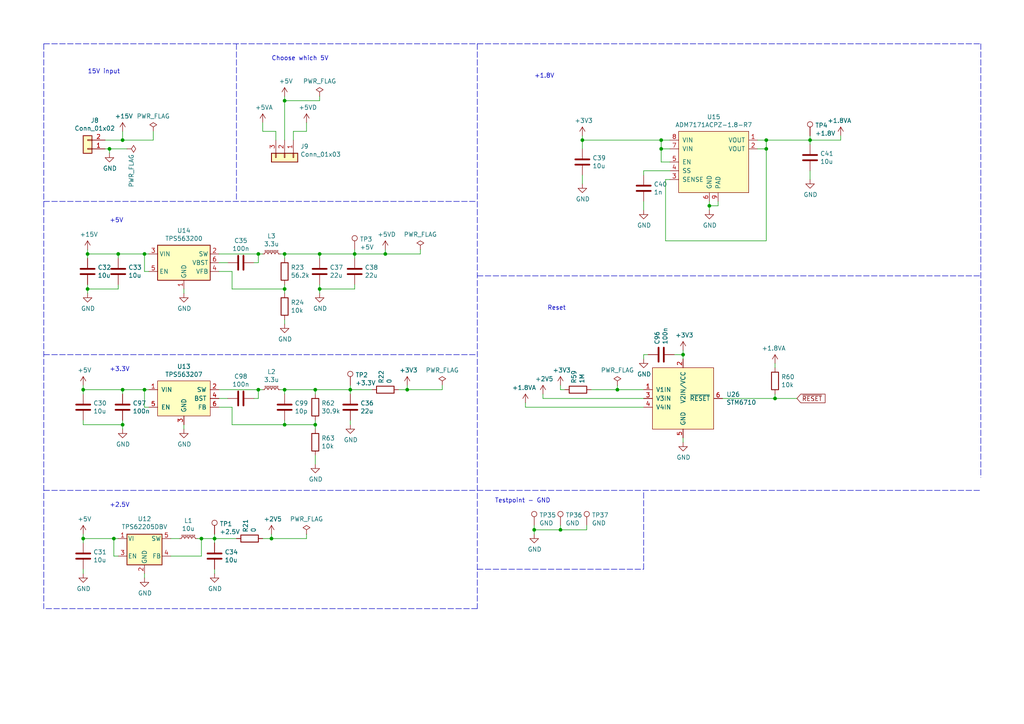
<source format=kicad_sch>
(kicad_sch (version 20250114) (generator "eeschema") (generator_version "9.0")
  (paper "A4")
  (title_block (title "TDS Transmitter - Power") (date "2025-02-17") (company "(C) 2025 ETH Zurich, Y. Acremann") (comment 1 "License:  GNU public license v. 3.0"))
  (lib_symbols
    (symbol "ADM7171ACPZ-1.8-R7:ADM7171ACPZ-1.8-R7" (pin_names (offset 1.016))
      (property "Reference" "U" (at 7.62 12.7 0))
      (property "Value" "ADM7171ACPZ-1.8-R7" (at 1.27 10.16 0))
      (symbol "ADM7171ACPZ-1.8-R7_0_1"
        (rectangle (start -10.16 8.89) (end 10.16 -8.89) (fill (type background)))
      )
      (symbol "ADM7171ACPZ-1.8-R7_1_1"
        (pin power_in line (at -12.7 6.35 0) (length 2.54) (name "VIN") (number "8"))
        (pin power_in line (at -12.7 3.81 0) (length 2.54) (name "VIN") (number "7"))
        (pin input line (at -12.7 0 0) (length 2.54) (name "EN") (number "5"))
        (pin input line (at -12.7 -2.54 0) (length 2.54) (name "SS") (number "4"))
        (pin input line (at -12.7 -5.08 0) (length 2.54) (name "SENSE") (number "3"))
        (pin power_in line (at -1.27 -11.43 90) (length 2.54) (name "GND") (number "6"))
        (pin power_in line (at 1.27 -11.43 90) (length 2.54) (name "PAD") (number "9"))
        (pin power_out line (at 12.7 6.35 180) (length 2.54) (name "VOUT") (number "1"))
        (pin passive line (at 12.7 3.81 180) (length 2.54) (name "VOUT") (number "2"))
      )
    )
    (symbol "Connector:TestPoint" (pin_numbers (hide yes)) (pin_names (offset 0.762) (hide yes))
      (property "Reference" "TP" (at 0 6.858 0))
      (property "Value" "Connector_TestPoint" (at 0 5.08 0))
      (symbol "TestPoint_0_1"
        (circle (center 0 3.302) (radius 0.762))
      )
      (symbol "TestPoint_1_1"
        (pin passive line (at 0 0 90) (length 2.54) (name "1") (number "1"))
      )
    )
    (symbol "Connector_Generic:Conn_01x02" (pin_names (offset 1.016) (hide yes))
      (property "Reference" "J" (at 0 2.54 0))
      (property "Value" "Connector_Generic_Conn_01x02" (at 0 -5.08 0))
      (symbol "Conn_01x02_1_1"
        (rectangle (start -1.27 1.27) (end 1.27 -3.81) (stroke (width 0.254)) (fill (type background)))
        (rectangle (start -1.27 0.127) (end 0 -0.127) (stroke (width 0.1524)))
        (rectangle (start -1.27 -2.413) (end 0 -2.667) (stroke (width 0.1524)))
        (pin passive line (at -5.08 0 0) (length 3.81) (name "Pin_1") (number "1"))
        (pin passive line (at -5.08 -2.54 0) (length 3.81) (name "Pin_2") (number "2"))
      )
    )
    (symbol "Connector_Generic:Conn_01x03" (pin_names (offset 1.016) (hide yes))
      (property "Reference" "J" (at 0 5.08 0))
      (property "Value" "Connector_Generic_Conn_01x03" (at 0 -5.08 0))
      (symbol "Conn_01x03_1_1"
        (rectangle (start -1.27 3.81) (end 1.27 -3.81) (stroke (width 0.254)) (fill (type background)))
        (rectangle (start -1.27 2.667) (end 0 2.413) (stroke (width 0.1524)))
        (rectangle (start -1.27 0.127) (end 0 -0.127) (stroke (width 0.1524)))
        (rectangle (start -1.27 -2.413) (end 0 -2.667) (stroke (width 0.1524)))
        (pin passive line (at -5.08 2.54 0) (length 3.81) (name "Pin_1") (number "1"))
        (pin passive line (at -5.08 0 0) (length 3.81) (name "Pin_2") (number "2"))
        (pin passive line (at -5.08 -2.54 0) (length 3.81) (name "Pin_3") (number "3"))
      )
    )
    (symbol "Device:C" (pin_numbers (hide yes)) (pin_names (offset 0.254))
      (property "Reference" "C" (at 0.635 2.54 0))
      (property "Value" "Device_C" (at 0.635 -2.54 0))
      (symbol "C_0_1"
        (polyline (pts (xy -2.032 0.762) (xy 2.032 0.762)) (stroke (width 0.508)))
        (polyline (pts (xy -2.032 -0.762) (xy 2.032 -0.762)) (stroke (width 0.508)))
      )
      (symbol "C_1_1"
        (pin passive line (at 0 3.81 270) (length 2.794) (name "~") (number "1"))
        (pin passive line (at 0 -3.81 90) (length 2.794) (name "~") (number "2"))
      )
    )
    (symbol "Device:L_Core_Ferrite_Small" (pin_numbers (hide yes)) (pin_names (offset 0.254) (hide yes))
      (property "Reference" "L" (at 1.27 1.016 0))
      (property "Value" "Device_L_Core_Ferrite_Small" (at 1.27 -1.27 0))
      (symbol "L_Core_Ferrite_Small_0_1"
        (arc (start 0 2.032) (mid 0.5058 1.524) (end 0 1.016))
        (arc (start 0 1.016) (mid 0.5058 0.508) (end 0 0))
        (arc (start 0 0) (mid 0.5058 -0.508) (end 0 -1.016))
        (arc (start 0 -1.016) (mid 0.5058 -1.524) (end 0 -2.032))
        (polyline (pts (xy 0.762 1.651) (xy 0.762 1.905)))
        (polyline (pts (xy 0.762 1.143) (xy 0.762 1.397)))
        (polyline (pts (xy 0.762 0.635) (xy 0.762 0.889)))
        (polyline (pts (xy 0.762 0.127) (xy 0.762 0.381)))
        (polyline (pts (xy 0.762 -0.381) (xy 0.762 -0.127)))
        (polyline (pts (xy 0.762 -0.889) (xy 0.762 -0.635)))
        (polyline (pts (xy 0.762 -1.397) (xy 0.762 -1.143)))
        (polyline (pts (xy 0.762 -1.905) (xy 0.762 -1.651)))
        (polyline (pts (xy 1.016 1.905) (xy 1.016 1.651)))
        (polyline (pts (xy 1.016 1.397) (xy 1.016 1.143)))
        (polyline (pts (xy 1.016 0.889) (xy 1.016 0.635)))
        (polyline (pts (xy 1.016 0.381) (xy 1.016 0.127)))
        (polyline (pts (xy 1.016 -0.127) (xy 1.016 -0.381)))
        (polyline (pts (xy 1.016 -0.635) (xy 1.016 -0.889)))
        (polyline (pts (xy 1.016 -1.143) (xy 1.016 -1.397)))
        (polyline (pts (xy 1.016 -1.651) (xy 1.016 -1.905)))
      )
      (symbol "L_Core_Ferrite_Small_1_1"
        (pin passive line (at 0 2.54 270) (length 0.508) (name "~") (number "1"))
        (pin passive line (at 0 -2.54 90) (length 0.508) (name "~") (number "2"))
      )
    )
    (symbol "Device:R" (pin_numbers (hide yes)) (pin_names (offset 0))
      (property "Reference" "R" (at 2.032 0 90))
      (property "Value" "Device_R" (at 0 0 90))
      (symbol "R_0_1"
        (rectangle (start -1.016 -2.54) (end 1.016 2.54) (stroke (width 0.254)))
      )
      (symbol "R_1_1"
        (pin passive line (at 0 3.81 270) (length 1.27) (name "~") (number "1"))
        (pin passive line (at 0 -3.81 90) (length 1.27) (name "~") (number "2"))
      )
    )
    (symbol "Regulator_Switching:TPS62205DBV" (pin_names (offset 0.254))
      (property "Reference" "U" (at -5.08 7.62 0))
      (property "Value" "Regulator_Switching_TPS62205DBV" (at 0 7.62 0))
      (symbol "TPS62205DBV_0_1"
        (rectangle (start -5.08 6.35) (end 5.08 -2.54) (stroke (width 0.254)) (fill (type background)))
      )
      (symbol "TPS62205DBV_1_1"
        (pin power_in line (at -7.62 5.08 0) (length 2.54) (name "VI") (number "1"))
        (pin input line (at -7.62 0 0) (length 2.54) (name "EN") (number "3"))
        (pin power_in line (at 0 -5.08 90) (length 2.54) (name "GND") (number "2"))
        (pin output line (at 7.62 5.08 180) (length 2.54) (name "SW") (number "5"))
        (pin input line (at 7.62 0 180) (length 2.54) (name "FB") (number "4"))
      )
    )
    (symbol "STM6710:STM6710" (pin_names (offset 1.016))
      (property "Reference" "U" (at 10.16 12.7 0))
      (property "Value" "STM6710" (at 7.62 10.16 0))
      (symbol "STM6710_0_1"
        (rectangle (start -8.89 8.89) (end 8.89 -8.89) (fill (type background)))
      )
      (symbol "STM6710_1_1"
        (pin power_in line (at -11.43 2.54 0) (length 2.54) (name "V1IN") (number "1"))
        (pin power_in line (at -11.43 0 0) (length 2.54) (name "V3IN") (number "3"))
        (pin power_in line (at -11.43 -2.54 0) (length 2.54) (name "V4IN") (number "4"))
        (pin power_in line (at 0 11.43 270) (length 2.54) (name "V2IN/VCC") (number "2"))
        (pin power_in line (at 0 -11.43 90) (length 2.54) (name "GND") (number "5"))
        (pin output line (at 11.43 0 180) (length 2.54) (name "~{RESET}") (number "6"))
      )
    )
    (symbol "TPS5632xx:TPS563207" (pin_names (offset 1.016))
      (property "Reference" "U" (at 0 8.89 0))
      (property "Value" "TPS563207" (at 0 6.35 0))
      (symbol "TPS563207_0_1"
        (rectangle (start -7.62 5.08) (end 7.62 -5.08) (fill (type background)))
      )
      (symbol "TPS563207_1_1"
        (pin power_in line (at -10.16 2.54 0) (length 2.54) (name "VIN") (number "1"))
        (pin input line (at -10.16 -2.54 0) (length 2.54) (name "EN") (number "5"))
        (pin power_in line (at 0 -7.62 90) (length 2.54) (name "GND") (number "3"))
        (pin output line (at 10.16 2.54 180) (length 2.54) (name "SW") (number "2"))
        (pin passive line (at 10.16 0 180) (length 2.54) (name "BST") (number "4"))
        (pin passive line (at 10.16 -2.54 180) (length 2.54) (name "FB") (number "6"))
      )
    )
    (symbol "Transmitter-rescue:TPS563200-Regulator_Switching"
      (property "Reference" "U" (at -7.62 6.35 0))
      (property "Value" "TPS563200-Regulator_Switching" (at -2.54 6.35 0))
      (symbol "TPS563200-Regulator_Switching_0_1"
        (rectangle (start -7.62 5.08) (end 7.62 -5.08) (stroke (width 0.254)) (fill (type background)))
      )
      (symbol "TPS563200-Regulator_Switching_1_1"
        (pin power_in line (at -10.16 2.54 0) (length 2.54) (name "VIN") (number "3"))
        (pin input line (at -10.16 -2.54 0) (length 2.54) (name "EN") (number "5"))
        (pin power_in line (at 0 -7.62 90) (length 2.54) (name "GND") (number "1"))
        (pin output line (at 10.16 2.54 180) (length 2.54) (name "SW") (number "2"))
        (pin passive line (at 10.16 0 180) (length 2.54) (name "VBST") (number "6"))
        (pin input line (at 10.16 -2.54 180) (length 2.54) (name "VFB") (number "4"))
      )
    )
    (symbol "power:+15V" (power) (pin_names (offset 0))
      (property "Value" "power_+15V" (at 0 3.556 0))
      (symbol "+15V_0_1"
        (polyline (pts (xy -0.762 1.27) (xy 0 2.54)))
        (polyline (pts (xy 0 2.54) (xy 0.762 1.27)))
        (polyline (pts (xy 0 0) (xy 0 2.54)))
      )
      (symbol "+15V_1_1"
        (pin power_in line (at 0 0 90) (length 0) (hide yes) (name "+15V") (number "1"))
      )
    )
    (symbol "power:+2V5" (power) (pin_names (offset 0))
      (property "Value" "power_+2V5" (at 0 3.556 0))
      (symbol "+2V5_0_1"
        (polyline (pts (xy -0.762 1.27) (xy 0 2.54)))
        (polyline (pts (xy 0 2.54) (xy 0.762 1.27)))
        (polyline (pts (xy 0 0) (xy 0 2.54)))
      )
      (symbol "+2V5_1_1"
        (pin power_in line (at 0 0 90) (length 0) (hide yes) (name "+2V5") (number "1"))
      )
    )
    (symbol "power:+3.3V" (power) (pin_names (offset 0))
      (property "Value" "power_+3.3V" (at 0 3.556 0))
      (symbol "+3.3V_0_1"
        (polyline (pts (xy -0.762 1.27) (xy 0 2.54)))
        (polyline (pts (xy 0 2.54) (xy 0.762 1.27)))
        (polyline (pts (xy 0 0) (xy 0 2.54)))
      )
      (symbol "+3.3V_1_1"
        (pin power_in line (at 0 0 90) (length 0) (hide yes) (name "+3V3") (number "1"))
      )
    )
    (symbol "power:+5V" (power) (pin_names (offset 0))
      (property "Value" "power_+5V" (at 0 3.556 0))
      (symbol "+5V_0_1"
        (polyline (pts (xy -0.762 1.27) (xy 0 2.54)))
        (polyline (pts (xy 0 2.54) (xy 0.762 1.27)))
        (polyline (pts (xy 0 0) (xy 0 2.54)))
      )
      (symbol "+5V_1_1"
        (pin power_in line (at 0 0 90) (length 0) (hide yes) (name "+5V") (number "1"))
      )
    )
    (symbol "power:+5VA" (power) (pin_names (offset 0))
      (property "Value" "power_+5VA" (at 0 3.556 0))
      (symbol "+5VA_0_1"
        (polyline (pts (xy -0.762 1.27) (xy 0 2.54)))
        (polyline (pts (xy 0 2.54) (xy 0.762 1.27)))
        (polyline (pts (xy 0 0) (xy 0 2.54)))
      )
      (symbol "+5VA_1_1"
        (pin power_in line (at 0 0 90) (length 0) (hide yes) (name "+5VA") (number "1"))
      )
    )
    (symbol "power:+5VD" (power) (pin_names (offset 0))
      (property "Value" "power_+5VD" (at 0 3.556 0))
      (symbol "+5VD_0_1"
        (polyline (pts (xy -0.762 1.27) (xy 0 2.54)))
        (polyline (pts (xy 0 2.54) (xy 0.762 1.27)))
        (polyline (pts (xy 0 0) (xy 0 2.54)))
      )
      (symbol "+5VD_1_1"
        (pin power_in line (at 0 0 90) (length 0) (hide yes) (name "+5VD") (number "1"))
      )
    )
    (symbol "power:GND" (power) (pin_names (offset 0))
      (property "Value" "power_GND" (at 0 -3.81 0))
      (symbol "GND_0_1"
        (polyline (pts (xy 0 0) (xy 0 -1.27) (xy 1.27 -1.27) (xy 0 -2.54) (xy -1.27 -1.27) (xy 0 -1.27)))
      )
      (symbol "GND_1_1"
        (pin power_in line (at 0 0 270) (length 0) (hide yes) (name "GND") (number "1"))
      )
    )
    (symbol "power:PWR_FLAG" (power) (pin_numbers (hide yes)) (pin_names (offset 0) (hide yes))
      (property "Value" "power_PWR_FLAG" (at 0 3.81 0))
      (symbol "PWR_FLAG_0_0"
        (pin power_out line (at 0 0 90) (length 0) (name "pwr") (number "1"))
      )
      (symbol "PWR_FLAG_0_1"
        (polyline (pts (xy 0 0) (xy 0 1.27) (xy -1.016 1.905) (xy 0 2.54) (xy 1.016 1.905) (xy 0 1.27)))
      )
    )
    (symbol "power_2:+1.8VA" (pin_names (offset 1.016))
      (property "Value" "+1.8VA" (at 0 3.81 0))
      (symbol "+1.8VA_1_1"
        (polyline (pts (xy -0.762 1.27) (xy 0 2.54)))
        (polyline (pts (xy 0 2.54) (xy 0.762 1.27)))
        (polyline (pts (xy 0 0) (xy 0 2.54)))
        (pin power_in line (at 0 0 90) (length 0) (hide yes) (name "+1V0") (number "1"))
      )
    )
  )
  (text "+2.5V\n" (at 31.75 147.32 0) (effects (font (size 1.27 1.27)) (justify left bottom)))
  (text "Testpoint - GND\n" (at 143.51 146.05 0) (effects (font (size 1.27 1.27)) (justify left bottom)))
  (text "+5V\n" (at 31.75 64.77 0) (effects (font (size 1.27 1.27)) (justify left bottom)))
  (text "+1.8V" (at 154.94 22.86 0) (effects (font (size 1.27 1.27)) (justify left bottom)))
  (text "Reset" (at 158.75 90.17 0) (effects (font (size 1.27 1.27)) (justify left bottom)))
  (text "Choose which 5V\n" (at 78.74 17.78 0) (effects (font (size 1.27 1.27)) (justify left bottom)))
  (text "15V input\n" (at 25.4 21.59 0) (effects (font (size 1.27 1.27)) (justify left bottom)))
  (text "+3.3V\n" (at 31.75 107.95 0) (effects (font (size 1.27 1.27)) (justify left bottom)))
  (junction (at 102.87 73.66))
  (junction (at 222.25 43.18))
  (junction (at 58.42 156.21))
  (junction (at 82.55 113.03))
  (junction (at 82.55 73.66))
  (junction (at 234.95 40.64))
  (junction (at 35.56 113.03))
  (junction (at 224.79 115.57))
  (junction (at 31.75 43.18))
  (junction (at 35.56 40.64))
  (junction (at 62.23 156.21))
  (junction (at 91.44 113.03))
  (junction (at 162.56 153.67))
  (junction (at 92.71 73.66))
  (junction (at 41.91 73.66))
  (junction (at 92.71 83.82))
  (junction (at 111.76 73.66))
  (junction (at 34.29 73.66))
  (junction (at 222.25 40.64))
  (junction (at 191.77 40.64))
  (junction (at 205.74 59.69))
  (junction (at 74.93 73.66))
  (junction (at 82.55 29.21))
  (junction (at 74.93 113.03))
  (junction (at 154.94 153.67))
  (junction (at 101.6 113.03))
  (junction (at 179.07 113.03))
  (junction (at 24.13 113.03))
  (junction (at 198.12 102.87))
  (junction (at 41.91 113.03))
  (junction (at 91.44 123.19))
  (junction (at 82.55 123.19))
  (junction (at 191.77 43.18))
  (junction (at 25.4 73.66))
  (junction (at 78.74 156.21))
  (junction (at 35.56 123.19))
  (junction (at 24.13 156.21))
  (junction (at 168.91 40.64))
  (junction (at 118.11 113.03))
  (junction (at 82.55 83.82))
  (junction (at 25.4 83.82))
  (junction (at 33.02 156.21))
  (wire (pts (xy 25.4 85.09) (xy 25.4 83.82)))
  (wire (pts (xy 25.4 73.66) (xy 34.29 73.66)))
  (wire (pts (xy 41.91 73.66) (xy 34.29 73.66)))
  (wire (pts (xy 102.87 73.66) (xy 111.76 73.66)))
  (wire (pts (xy 191.77 40.64) (xy 194.31 40.64)))
  (wire (pts (xy 154.94 154.94) (xy 154.94 153.67)))
  (wire (pts (xy 92.71 83.82) (xy 92.71 82.55)))
  (wire (pts (xy 44.45 40.64) (xy 35.56 40.64)))
  (wire (pts (xy 162.56 113.03) (xy 163.83 113.03)))
  (wire (pts (xy 88.9 38.1) (xy 88.9 35.56)))
  (wire (pts (xy 74.93 115.57) (xy 74.93 113.03)))
  (wire (pts (xy 82.55 73.66) (xy 82.55 74.93)))
  (wire (pts (xy 224.79 105.41) (xy 224.79 106.68)))
  (wire (pts (xy 191.77 46.99) (xy 191.77 43.18)))
  (wire (pts (xy 222.25 43.18) (xy 222.25 40.64)))
  (wire (pts (xy 162.56 153.67) (xy 170.18 153.67)))
  (wire (pts (xy 208.28 59.69) (xy 208.28 58.42)))
  (wire (pts (xy 43.18 113.03) (xy 41.91 113.03)))
  (wire (pts (xy 78.74 154.94) (xy 78.74 156.21)))
  (wire (pts (xy 62.23 156.21) (xy 68.58 156.21)))
  (wire (pts (xy 24.13 114.3) (xy 24.13 113.03)))
  (wire (pts (xy 80.01 38.1) (xy 80.01 40.64)))
  (wire (pts (xy 195.58 102.87) (xy 198.12 102.87)))
  (wire (pts (xy 82.55 82.55) (xy 82.55 83.82)))
  (wire (pts (xy 186.69 49.53) (xy 194.31 49.53)))
  (wire (pts (xy 128.27 113.03) (xy 128.27 111.76)))
  (wire (pts (xy 168.91 50.8) (xy 168.91 53.34)))
  (wire (pts (xy 162.56 111.76) (xy 162.56 113.03)))
  (polyline (pts (xy 138.43 80.01) (xy 284.48 80.01)) (stroke (width 0) (type dash)))
  (wire (pts (xy 82.55 29.21) (xy 82.55 40.64)))
  (wire (pts (xy 35.56 123.19) (xy 35.56 121.92)))
  (wire (pts (xy 187.96 102.87) (xy 186.69 102.87)))
  (wire (pts (xy 91.44 114.3) (xy 91.44 113.03)))
  (wire (pts (xy 193.04 52.07) (xy 194.31 52.07)))
  (wire (pts (xy 186.69 49.53) (xy 186.69 50.8)))
  (wire (pts (xy 168.91 39.37) (xy 168.91 40.64)))
  (wire (pts (xy 74.93 76.2) (xy 74.93 73.66)))
  (wire (pts (xy 198.12 101.6) (xy 198.12 102.87)))
  (wire (pts (xy 234.95 39.37) (xy 234.95 40.64)))
  (wire (pts (xy 49.53 156.21) (xy 52.07 156.21)))
  (wire (pts (xy 222.25 40.64) (xy 219.71 40.64)))
  (wire (pts (xy 25.4 74.93) (xy 25.4 73.66)))
  (wire (pts (xy 186.69 60.96) (xy 186.69 58.42)))
  (wire (pts (xy 154.94 153.67) (xy 162.56 153.67)))
  (wire (pts (xy 41.91 78.74) (xy 43.18 78.74)))
  (wire (pts (xy 82.55 85.09) (xy 82.55 83.82)))
  (wire (pts (xy 63.5 113.03) (xy 74.93 113.03)))
  (wire (pts (xy 168.91 40.64) (xy 168.91 43.18)))
  (wire (pts (xy 91.44 124.46) (xy 91.44 123.19)))
  (wire (pts (xy 58.42 156.21) (xy 62.23 156.21)))
  (wire (pts (xy 92.71 85.09) (xy 92.71 83.82)))
  (polyline (pts (xy 12.7 12.7) (xy 284.48 12.7)) (stroke (width 0) (type dash)))
  (wire (pts (xy 31.75 43.18) (xy 31.75 44.45)))
  (wire (pts (xy 168.91 40.64) (xy 191.77 40.64)))
  (wire (pts (xy 81.28 113.03) (xy 82.55 113.03)))
  (wire (pts (xy 76.2 38.1) (xy 80.01 38.1)))
  (wire (pts (xy 74.93 73.66) (xy 76.2 73.66)))
  (wire (pts (xy 66.04 76.2) (xy 63.5 76.2)))
  (wire (pts (xy 41.91 113.03) (xy 41.91 118.11)))
  (wire (pts (xy 35.56 123.19) (xy 24.13 123.19)))
  (wire (pts (xy 33.02 161.29) (xy 34.29 161.29)))
  (wire (pts (xy 101.6 123.19) (xy 101.6 121.92)))
  (wire (pts (xy 191.77 43.18) (xy 191.77 40.64)))
  (wire (pts (xy 35.56 40.64) (xy 30.48 40.64)))
  (wire (pts (xy 118.11 113.03) (xy 115.57 113.03)))
  (wire (pts (xy 179.07 113.03) (xy 186.69 113.03)))
  (wire (pts (xy 179.07 111.76) (xy 179.07 113.03)))
  (wire (pts (xy 234.95 40.64) (xy 243.84 40.64)))
  (wire (pts (xy 88.9 156.21) (xy 78.74 156.21)))
  (wire (pts (xy 91.44 113.03) (xy 101.6 113.03)))
  (wire (pts (xy 91.44 121.92) (xy 91.44 123.19)))
  (wire (pts (xy 57.15 156.21) (xy 58.42 156.21)))
  (wire (pts (xy 78.74 156.21) (xy 76.2 156.21)))
  (wire (pts (xy 66.04 115.57) (xy 63.5 115.57)))
  (wire (pts (xy 67.31 78.74) (xy 63.5 78.74)))
  (wire (pts (xy 25.4 72.39) (xy 25.4 73.66)))
  (polyline (pts (xy 12.7 102.87) (xy 138.43 102.87)) (stroke (width 0) (type dash)))
  (wire (pts (xy 58.42 156.21) (xy 58.42 161.29)))
  (wire (pts (xy 76.2 35.56) (xy 76.2 38.1)))
  (wire (pts (xy 219.71 43.18) (xy 222.25 43.18)))
  (wire (pts (xy 92.71 29.21) (xy 82.55 29.21)))
  (wire (pts (xy 224.79 115.57) (xy 209.55 115.57)))
  (wire (pts (xy 35.56 38.1) (xy 35.56 40.64)))
  (wire (pts (xy 234.95 40.64) (xy 234.95 41.91)))
  (wire (pts (xy 111.76 72.39) (xy 111.76 73.66)))
  (polyline (pts (xy 186.69 165.1) (xy 186.69 142.24)) (stroke (width 0) (type dash)))
  (wire (pts (xy 53.34 85.09) (xy 53.34 83.82)))
  (wire (pts (xy 73.66 115.57) (xy 74.93 115.57)))
  (wire (pts (xy 24.13 113.03) (xy 24.13 111.76)))
  (polyline (pts (xy 12.7 142.24) (xy 284.48 142.24)) (stroke (width 0) (type dash)))
  (wire (pts (xy 205.74 60.96) (xy 205.74 59.69)))
  (wire (pts (xy 101.6 113.03) (xy 101.6 114.3)))
  (wire (pts (xy 82.55 73.66) (xy 92.71 73.66)))
  (wire (pts (xy 231.14 115.57) (xy 224.79 115.57)))
  (wire (pts (xy 157.48 115.57) (xy 157.48 114.3)))
  (polyline (pts (xy 12.7 58.42) (xy 138.43 58.42)) (stroke (width 0) (type dash)))
  (polyline (pts (xy 138.43 176.53) (xy 12.7 176.53)) (stroke (width 0) (type dash)))
  (wire (pts (xy 81.28 73.66) (xy 82.55 73.66)))
  (wire (pts (xy 222.25 40.64) (xy 234.95 40.64)))
  (wire (pts (xy 62.23 156.21) (xy 62.23 157.48)))
  (wire (pts (xy 53.34 124.46) (xy 53.34 123.19)))
  (wire (pts (xy 157.48 115.57) (xy 186.69 115.57)))
  (wire (pts (xy 41.91 113.03) (xy 35.56 113.03)))
  (wire (pts (xy 101.6 113.03) (xy 107.95 113.03)))
  (wire (pts (xy 35.56 124.46) (xy 35.56 123.19)))
  (wire (pts (xy 205.74 59.69) (xy 208.28 59.69)))
  (wire (pts (xy 194.31 43.18) (xy 191.77 43.18)))
  (wire (pts (xy 121.92 72.39) (xy 121.92 73.66)))
  (wire (pts (xy 58.42 161.29) (xy 49.53 161.29)))
  (wire (pts (xy 170.18 153.67) (xy 170.18 152.4)))
  (wire (pts (xy 243.84 39.37) (xy 243.84 40.64)))
  (wire (pts (xy 92.71 73.66) (xy 102.87 73.66)))
  (wire (pts (xy 34.29 156.21) (xy 33.02 156.21)))
  (wire (pts (xy 82.55 93.98) (xy 82.55 92.71)))
  (wire (pts (xy 43.18 73.66) (xy 41.91 73.66)))
  (wire (pts (xy 73.66 76.2) (xy 74.93 76.2)))
  (wire (pts (xy 34.29 82.55) (xy 34.29 83.82)))
  (wire (pts (xy 33.02 156.21) (xy 33.02 161.29)))
  (wire (pts (xy 205.74 59.69) (xy 205.74 58.42)))
  (wire (pts (xy 63.5 118.11) (xy 67.31 118.11)))
  (wire (pts (xy 82.55 123.19) (xy 67.31 123.19)))
  (wire (pts (xy 92.71 83.82) (xy 102.87 83.82)))
  (wire (pts (xy 193.04 69.85) (xy 193.04 52.07)))
  (wire (pts (xy 118.11 111.76) (xy 118.11 113.03)))
  (wire (pts (xy 92.71 27.94) (xy 92.71 29.21)))
  (polyline (pts (xy 284.48 12.7) (xy 284.48 138.43)) (stroke (width 0) (type dash)))
  (wire (pts (xy 111.76 73.66) (xy 121.92 73.66)))
  (wire (pts (xy 82.55 113.03) (xy 82.55 114.3)))
  (wire (pts (xy 62.23 154.94) (xy 62.23 156.21)))
  (polyline (pts (xy 138.43 165.1) (xy 186.69 165.1)) (stroke (width 0) (type dash)))
  (wire (pts (xy 171.45 113.03) (xy 179.07 113.03)))
  (wire (pts (xy 24.13 166.37) (xy 24.13 165.1)))
  (wire (pts (xy 34.29 83.82) (xy 25.4 83.82)))
  (wire (pts (xy 198.12 102.87) (xy 198.12 104.14)))
  (wire (pts (xy 44.45 38.1) (xy 44.45 40.64)))
  (wire (pts (xy 82.55 27.94) (xy 82.55 29.21)))
  (wire (pts (xy 191.77 46.99) (xy 194.31 46.99)))
  (wire (pts (xy 152.4 116.84) (xy 152.4 118.11)))
  (wire (pts (xy 41.91 118.11) (xy 43.18 118.11)))
  (wire (pts (xy 222.25 43.18) (xy 222.25 69.85)))
  (wire (pts (xy 24.13 113.03) (xy 35.56 113.03)))
  (polyline (pts (xy 12.7 12.7) (xy 12.7 176.53)) (stroke (width 0) (type dash)))
  (wire (pts (xy 25.4 83.82) (xy 25.4 82.55)))
  (wire (pts (xy 186.69 102.87) (xy 186.69 104.14)))
  (wire (pts (xy 67.31 118.11) (xy 67.31 123.19)))
  (wire (pts (xy 152.4 118.11) (xy 186.69 118.11)))
  (polyline (pts (xy 68.58 12.7) (xy 68.58 58.42)) (stroke (width 0) (type dash)))
  (polyline (pts (xy 138.43 12.7) (xy 138.43 176.53)) (stroke (width 0) (type dash)))
  (wire (pts (xy 41.91 73.66) (xy 41.91 78.74)))
  (wire (pts (xy 128.27 113.03) (xy 118.11 113.03)))
  (wire (pts (xy 85.09 38.1) (xy 88.9 38.1)))
  (wire (pts (xy 35.56 113.03) (xy 35.56 114.3)))
  (wire (pts (xy 24.13 123.19) (xy 24.13 121.92)))
  (wire (pts (xy 88.9 154.94) (xy 88.9 156.21)))
  (wire (pts (xy 41.91 167.64) (xy 41.91 166.37)))
  (wire (pts (xy 36.83 43.18) (xy 31.75 43.18)))
  (wire (pts (xy 101.6 111.76) (xy 101.6 113.03)))
  (wire (pts (xy 24.13 156.21) (xy 24.13 157.48)))
  (wire (pts (xy 74.93 113.03) (xy 76.2 113.03)))
  (wire (pts (xy 154.94 153.67) (xy 154.94 152.4)))
  (wire (pts (xy 62.23 166.37) (xy 62.23 165.1)))
  (wire (pts (xy 63.5 73.66) (xy 74.93 73.66)))
  (wire (pts (xy 102.87 72.39) (xy 102.87 73.66)))
  (wire (pts (xy 102.87 83.82) (xy 102.87 82.55)))
  (wire (pts (xy 24.13 154.94) (xy 24.13 156.21)))
  (wire (pts (xy 34.29 73.66) (xy 34.29 74.93)))
  (wire (pts (xy 91.44 134.62) (xy 91.44 132.08)))
  (wire (pts (xy 198.12 128.27) (xy 198.12 127)))
  (wire (pts (xy 82.55 121.92) (xy 82.55 123.19)))
  (wire (pts (xy 162.56 153.67) (xy 162.56 152.4)))
  (wire (pts (xy 224.79 114.3) (xy 224.79 115.57)))
  (wire (pts (xy 33.02 156.21) (xy 24.13 156.21)))
  (wire (pts (xy 102.87 73.66) (xy 102.87 74.93)))
  (wire (pts (xy 91.44 123.19) (xy 82.55 123.19)))
  (wire (pts (xy 82.55 83.82) (xy 67.31 83.82)))
  (wire (pts (xy 85.09 38.1) (xy 85.09 40.64)))
  (wire (pts (xy 91.44 113.03) (xy 82.55 113.03)))
  (wire (pts (xy 30.48 43.18) (xy 31.75 43.18)))
  (wire (pts (xy 234.95 52.07) (xy 234.95 49.53)))
  (wire (pts (xy 92.71 73.66) (xy 92.71 74.93)))
  (wire (pts (xy 67.31 83.82) (xy 67.31 78.74)))
  (wire (pts (xy 222.25 69.85) (xy 193.04 69.85)))
  (global_label "~{RESET}" (shape input) (at 231.14 115.57 0) (property "Intersheetrefs" "${INTERSHEET_REFS}" (effects (hide yes))))
  (symbol (lib_id "power:+5VA") (at 76.2 35.56 0) (unit 1)
    (property "Reference" "#PWR0259" (effects (hide yes)))
    (property "Value" "+5VA" (at 76.581 31.1658 0))
  )
  (symbol (lib_id "power:+5V") (at 82.55 27.94 0) (unit 1)
    (property "Reference" "#PWR0260" (effects (hide yes)))
    (property "Value" "+5V" (at 82.931 23.5458 0))
  )
  (symbol (lib_id "Connector_Generic:Conn_01x03") (at 82.55 45.72 270) (unit 1)
    (property "Reference" "J9" (at 87.122 42.4688 90) (effects (justify left)))
    (property "Value" "Conn_01x03" (at 87.122 44.7802 90) (effects (justify left)))
    (property "Footprint" "Connector_PinHeader_2.54mm:PinHeader_1x03_P2.54mm_Vertical" (effects (hide yes)))
  )
  (symbol (lib_id "power:+5VD") (at 88.9 35.56 0) (unit 1)
    (property "Reference" "#PWR0261" (effects (hide yes)))
    (property "Value" "+5VD" (at 89.281 31.1658 0))
  )
  (symbol (lib_id "Transmitter-rescue:TPS563200-Regulator_Switching") (at 53.34 76.2 0) (unit 1)
    (property "Reference" "U14" (at 53.34 66.8782 0))
    (property "Value" "TPS563200" (at 53.34 69.1896 0))
    (property "Footprint" "Package_TO_SOT_SMD:SOT-23-6" (effects (hide yes)))
    (property "Datasheet" "http://www.ti.com/lit/ds/symlink/tps563200.pdf" (effects (hide yes)))
    (property "Lieferant" "Mouser" (effects (hide yes)))
    (property "Bestellnummer" "595-TPS563200DDCR" (effects (hide yes)))
  )
  (symbol (lib_id "Device:L_Core_Ferrite_Small") (at 78.74 73.66 90) (unit 1)
    (property "Reference" "L3" (at 78.74 68.453 90))
    (property "Value" "3.3u" (at 78.74 70.7644 90))
    (property "Footprint" "Inductor_SMD:L_Bourns-SRN8040_8x8.15mm" (effects (hide yes)))
    (property "Lieferant" "Mouser" (effects (hide yes)))
    (property "Bestellnummer" "652-SRN8040-3R3Y" (effects (hide yes)))
  )
  (symbol (lib_id "Device:R") (at 82.55 78.74 0) (unit 1)
    (property "Reference" "R23" (at 84.328 77.5716 0) (effects (justify left)))
    (property "Value" "56.2k" (at 84.328 79.883 0) (effects (justify left)))
    (property "Footprint" "Resistor_SMD:R_0603_1608Metric" (effects (hide yes)))
  )
  (symbol (lib_id "Device:C") (at 34.29 78.74 0) (unit 1)
    (property "Reference" "C33" (at 37.211 77.5716 0) (effects (justify left)))
    (property "Value" "10u" (at 37.211 79.883 0) (effects (justify left)))
    (property "Footprint" "Capacitor_SMD:C_0603_1608Metric" (effects (hide yes)))
  )
  (symbol (lib_id "Device:C") (at 25.4 78.74 0) (unit 1)
    (property "Reference" "C32" (at 28.321 77.5716 0) (effects (justify left)))
    (property "Value" "10u" (at 28.321 79.883 0) (effects (justify left)))
    (property "Footprint" "Capacitor_SMD:C_0603_1608Metric" (effects (hide yes)))
  )
  (symbol (lib_id "power:GND") (at 25.4 85.09 0) (unit 1)
    (property "Reference" "#PWR0269" (effects (hide yes)))
    (property "Value" "GND" (at 25.527 89.4842 0))
  )
  (symbol (lib_id "power:+15V") (at 25.4 72.39 0) (unit 1)
    (property "Reference" "#PWR0271" (effects (hide yes)))
    (property "Value" "+15V" (at 25.781 67.9958 0))
  )
  (symbol (lib_id "Device:C") (at 69.85 76.2 270) (unit 1)
    (property "Reference" "C35" (at 69.85 69.7992 90))
    (property "Value" "100n" (at 69.85 72.1106 90))
    (property "Footprint" "Capacitor_SMD:C_0603_1608Metric" (effects (hide yes)))
  )
  (symbol (lib_id "Device:R") (at 82.55 88.9 0) (unit 1)
    (property "Reference" "R24" (at 84.328 87.7316 0) (effects (justify left)))
    (property "Value" "10k" (at 84.328 90.043 0) (effects (justify left)))
    (property "Footprint" "Resistor_SMD:R_0603_1608Metric" (effects (hide yes)))
  )
  (symbol (lib_id "power:GND") (at 82.55 93.98 0) (unit 1)
    (property "Reference" "#PWR0272" (effects (hide yes)))
    (property "Value" "GND" (at 82.677 98.3742 0))
  )
  (symbol (lib_id "Device:C") (at 92.71 78.74 0) (unit 1)
    (property "Reference" "C37" (at 95.631 77.5716 0) (effects (justify left)))
    (property "Value" "22u" (at 95.631 79.883 0) (effects (justify left)))
    (property "Footprint" "Capacitor_SMD:C_0603_1608Metric" (effects (hide yes)))
  )
  (symbol (lib_id "Device:C") (at 102.87 78.74 0) (unit 1)
    (property "Reference" "C38" (at 105.791 77.5716 0) (effects (justify left)))
    (property "Value" "22u" (at 105.791 79.883 0) (effects (justify left)))
    (property "Footprint" "Capacitor_SMD:C_0603_1608Metric" (effects (hide yes)))
  )
  (symbol (lib_id "power:GND") (at 92.71 85.09 0) (unit 1)
    (property "Reference" "#PWR0273" (effects (hide yes)))
    (property "Value" "GND" (at 92.837 89.4842 0))
  )
  (symbol (lib_id "Connector:TestPoint") (at 102.87 72.39 0) (unit 1)
    (property "Reference" "TP3" (at 104.3432 69.3928 0) (effects (justify left)))
    (property "Value" "+5V" (at 104.3432 71.7042 0) (effects (justify left)))
    (property "Footprint" "TestPoint:TestPoint_THTPad_D1.5mm_Drill0.7mm" (effects (hide yes)))
  )
  (symbol (lib_id "Connector_Generic:Conn_01x02") (at 25.4 43.18 180) (unit 1)
    (property "Reference" "J8" (at 27.4828 34.925 0))
    (property "Value" "Conn_01x02" (at 27.4828 37.2364 0))
    (property "Footprint" "footprint:3.81mm_2_pos" (effects (hide yes)))
  )
  (symbol (lib_id "power:+5VD") (at 111.76 72.39 0) (unit 1)
    (property "Reference" "#PWR0274" (effects (hide yes)))
    (property "Value" "+5VD" (at 112.141 67.9958 0))
  )
  (symbol (lib_id "power:+15V") (at 35.56 38.1 0) (unit 1)
    (property "Reference" "#PWR0267" (effects (hide yes)))
    (property "Value" "+15V" (at 35.941 33.7058 0))
  )
  (symbol (lib_id "power:GND") (at 31.75 44.45 0) (unit 1)
    (property "Reference" "#PWR0268" (effects (hide yes)))
    (property "Value" "GND" (at 31.877 48.8442 0))
  )
  (symbol (lib_id "power:PWR_FLAG") (at 44.45 38.1 0) (unit 1)
    (property "Reference" "#FLG0105" (effects (hide yes)))
    (property "Value" "PWR_FLAG" (at 44.45 33.7058 0))
  )
  (symbol (lib_id "power:PWR_FLAG") (at 121.92 72.39 0) (unit 1)
    (property "Reference" "#FLG0106" (effects (hide yes)))
    (property "Value" "PWR_FLAG" (at 121.92 67.9958 0))
  )
  (symbol (lib_id "Connector:TestPoint") (at 234.95 39.37 0) (unit 1)
    (property "Reference" "TP4" (at 236.4232 36.3728 0) (effects (justify left)))
    (property "Value" "+1.8V" (at 236.4232 38.6842 0) (effects (justify left)))
    (property "Footprint" "TestPoint:TestPoint_THTPad_D1.5mm_Drill0.7mm" (effects (hide yes)))
  )
  (symbol (lib_id "power:+5V") (at 24.13 111.76 0) (unit 1)
    (property "Reference" "#PWR0275" (effects (hide yes)))
    (property "Value" "+5V" (at 24.511 107.3658 0))
  )
  (symbol (lib_id "Device:L_Core_Ferrite_Small") (at 78.74 113.03 90) (unit 1)
    (property "Reference" "L2" (at 78.74 107.823 90))
    (property "Value" "3.3u" (at 78.74 110.1344 90))
    (property "Footprint" "Inductor_SMD:L_Bourns-SRN8040_8x8.15mm" (effects (hide yes)))
    (property "Lieferant" "Mouser" (effects (hide yes)))
    (property "Bestellnummer" "652-SRN8040-100M" (effects (hide yes)))
  )
  (symbol (lib_id "power:GND") (at 35.56 124.46 0) (unit 1)
    (property "Reference" "#PWR0277" (effects (hide yes)))
    (property "Value" "GND" (at 35.687 128.8542 0))
  )
  (symbol (lib_id "Device:C") (at 101.6 118.11 0) (unit 1)
    (property "Reference" "C36" (at 104.521 116.9416 0) (effects (justify left)))
    (property "Value" "22u" (at 104.521 119.253 0) (effects (justify left)))
    (property "Footprint" "Capacitor_SMD:C_0603_1608Metric" (effects (hide yes)))
  )
  (symbol (lib_id "power:GND") (at 101.6 123.19 0) (unit 1)
    (property "Reference" "#PWR0278" (effects (hide yes)))
    (property "Value" "GND" (at 101.727 127.5842 0))
  )
  (symbol (lib_id "Device:R") (at 111.76 113.03 90) (unit 1)
    (property "Reference" "R22" (at 110.5916 111.252 0) (effects (justify left)))
    (property "Value" "0" (at 112.903 111.252 0) (effects (justify left)))
    (property "Footprint" "Resistor_SMD:R_1206_3216Metric" (effects (hide yes)))
  )
  (symbol (lib_id "Connector:TestPoint") (at 101.6 111.76 0) (unit 1)
    (property "Reference" "TP2" (at 103.0732 108.7628 0) (effects (justify left)))
    (property "Value" "+3.3V" (at 103.0732 111.0742 0) (effects (justify left)))
    (property "Footprint" "TestPoint:TestPoint_THTPad_D1.5mm_Drill0.7mm" (effects (hide yes)))
  )
  (symbol (lib_id "power:+3.3V") (at 118.11 111.76 0) (unit 1)
    (property "Reference" "#PWR0279" (effects (hide yes)))
    (property "Value" "+3V3" (at 118.491 107.3658 0))
  )
  (symbol (lib_id "power:PWR_FLAG") (at 128.27 111.76 0) (unit 1)
    (property "Reference" "#FLG0107" (effects (hide yes)))
    (property "Value" "PWR_FLAG" (at 128.27 107.3658 0))
  )
  (symbol (lib_id "power:+5V") (at 24.13 154.94 0) (unit 1)
    (property "Reference" "#PWR0280" (effects (hide yes)))
    (property "Value" "+5V" (at 24.511 150.5458 0))
  )
  (symbol (lib_id "Device:C") (at 24.13 161.29 0) (unit 1)
    (property "Reference" "C31" (at 27.051 160.1216 0) (effects (justify left)))
    (property "Value" "10u" (at 27.051 162.433 0) (effects (justify left)))
    (property "Footprint" "Capacitor_SMD:C_0603_1608Metric" (effects (hide yes)))
  )
  (symbol (lib_id "Regulator_Switching:TPS62205DBV") (at 41.91 161.29 0) (unit 1)
    (property "Reference" "U12" (at 41.91 150.495 0))
    (property "Value" "TPS62205DBV" (at 41.91 152.8064 0))
    (property "Footprint" "Package_TO_SOT_SMD:SOT-23-5" (effects (hide yes)))
    (property "Datasheet" "http://www.ti.com/lit/ds/symlink/tps62201.pdf" (effects (hide yes)))
    (property "Lieferant" "Mouser" (effects (hide yes)))
    (property "Bestellnummer" "595-TPS62205DBVR" (effects (hide yes)))
  )
  (symbol (lib_id "Device:L_Core_Ferrite_Small") (at 54.61 156.21 90) (unit 1)
    (property "Reference" "L1" (at 54.61 151.003 90))
    (property "Value" "10u" (at 54.61 153.3144 90))
    (property "Footprint" "Inductor_SMD:L_1008_2520Metric" (effects (hide yes)))
    (property "Lieferant" "Mouser" (effects (hide yes)))
    (property "Bestellnummer" "710-74479887310A" (effects (hide yes)))
  )
  (symbol (lib_id "Device:C") (at 62.23 161.29 0) (unit 1)
    (property "Reference" "C34" (at 65.151 160.1216 0) (effects (justify left)))
    (property "Value" "10u" (at 65.151 162.433 0) (effects (justify left)))
    (property "Footprint" "Capacitor_SMD:C_0603_1608Metric" (effects (hide yes)))
  )
  (symbol (lib_id "power:GND") (at 24.13 166.37 0) (unit 1)
    (property "Reference" "#PWR0282" (effects (hide yes)))
    (property "Value" "GND" (at 24.257 170.7642 0))
  )
  (symbol (lib_id "power:GND") (at 62.23 166.37 0) (unit 1)
    (property "Reference" "#PWR0283" (effects (hide yes)))
    (property "Value" "GND" (at 62.357 170.7642 0))
  )
  (symbol (lib_id "Connector:TestPoint") (at 62.23 154.94 0) (unit 1)
    (property "Reference" "TP1" (at 63.7032 151.9428 0) (effects (justify left)))
    (property "Value" "+2.5V" (at 63.7032 154.2542 0) (effects (justify left)))
    (property "Footprint" "TestPoint:TestPoint_THTPad_D1.5mm_Drill0.7mm" (effects (hide yes)))
  )
  (symbol (lib_id "Device:R") (at 72.39 156.21 90) (unit 1)
    (property "Reference" "R21" (at 71.2216 154.432 0) (effects (justify left)))
    (property "Value" "0" (at 73.533 154.432 0) (effects (justify left)))
    (property "Footprint" "Resistor_SMD:R_0603_1608Metric" (effects (hide yes)))
  )
  (symbol (lib_id "power:+2V5") (at 78.74 154.94 0) (unit 1)
    (property "Reference" "#PWR0284" (effects (hide yes)))
    (property "Value" "+2V5" (at 79.121 150.5458 0))
  )
  (symbol (lib_id "power:PWR_FLAG") (at 88.9 154.94 0) (unit 1)
    (property "Reference" "#FLG0108" (effects (hide yes)))
    (property "Value" "PWR_FLAG" (at 88.9 150.5458 0))
  )
  (symbol (lib_id "STM6710:STM6710") (at 198.12 115.57 0) (unit 1)
    (property "Reference" "U26" (at 210.6676 114.4016 0) (effects (justify left)))
    (property "Value" "STM6710" (at 210.6676 116.713 0) (effects (justify left)))
    (property "Footprint" "Package_TO_SOT_SMD:SOT-23-6" (effects (hide yes)))
    (property "Datasheet" "https://www.mouser.ch/datasheet/2/389/cd00259129-1797033.pdf" (effects (hide yes)))
    (property "Lieferant" "Mouser" (effects (hide yes)))
    (property "Bestellnummer" "511-STM6710LWB7F" (effects (hide yes)))
  )
  (symbol (lib_id "power:+3.3V") (at 198.12 101.6 0) (unit 1)
    (property "Reference" "#PWR0209" (effects (hide yes)))
    (property "Value" "+3V3" (at 198.501 97.2058 0))
  )
  (symbol (lib_id "Device:C") (at 191.77 102.87 90) (unit 1)
    (property "Reference" "C96" (at 190.6016 99.949 0) (effects (justify left)))
    (property "Value" "100n" (at 192.913 99.949 0) (effects (justify left)))
    (property "Footprint" "Capacitor_SMD:C_0603_1608Metric" (effects (hide yes)))
  )
  (symbol (lib_id "power:GND") (at 186.69 104.14 0) (unit 1)
    (property "Reference" "#PWR0287" (effects (hide yes)))
    (property "Value" "GND" (at 186.817 108.5342 0))
  )
  (symbol (lib_id "Device:R") (at 167.64 113.03 90) (unit 1)
    (property "Reference" "R59" (at 166.4716 111.252 0) (effects (justify left)))
    (property "Value" "1M" (at 168.783 111.252 0) (effects (justify left)))
    (property "Footprint" "Resistor_SMD:R_0603_1608Metric" (effects (hide yes)))
  )
  (symbol (lib_id "power:+3.3V") (at 162.56 111.76 0) (unit 1)
    (property "Reference" "#PWR0288" (effects (hide yes)))
    (property "Value" "+3V3" (at 162.941 107.3658 0))
  )
  (symbol (lib_id "power:+2V5") (at 157.48 114.3 0) (unit 1)
    (property "Reference" "#PWR0289" (effects (hide yes)))
    (property "Value" "+2V5" (at 157.861 109.9058 0))
  )
  (symbol (lib_id "power_2:+1.8VA") (at 152.4 116.84 0) (unit 1)
    (property "Reference" "#PWR11" (effects (hide yes)))
    (property "Value" "+1.8VA" (at 152.019 112.4458 0))
  )
  (symbol (lib_id "power:GND") (at 198.12 128.27 0) (unit 1)
    (property "Reference" "#PWR0290" (effects (hide yes)))
    (property "Value" "GND" (at 198.247 132.6642 0))
  )
  (symbol (lib_id "power:PWR_FLAG") (at 92.71 27.94 0) (unit 1)
    (property "Reference" "#FLG0104" (effects (hide yes)))
    (property "Value" "PWR_FLAG" (at 92.71 23.5458 0))
  )
  (symbol (lib_id "Device:R") (at 224.79 110.49 0) (unit 1)
    (property "Reference" "R60" (at 226.568 109.3216 0) (effects (justify left)))
    (property "Value" "10k" (at 226.568 111.633 0) (effects (justify left)))
    (property "Footprint" "Resistor_SMD:R_0603_1608Metric" (effects (hide yes)))
  )
  (symbol (lib_id "power_2:+1.8VA") (at 224.79 105.41 0) (unit 1)
    (property "Reference" "#PWR12" (effects (hide yes)))
    (property "Value" "+1.8VA" (at 224.409 101.0158 0))
  )
  (symbol (lib_id "power:GND") (at 53.34 85.09 0) (unit 1)
    (property "Reference" "#PWR0270" (effects (hide yes)))
    (property "Value" "GND" (at 53.467 89.4842 0))
  )
  (symbol (lib_id "power:PWR_FLAG") (at 179.07 111.76 0) (unit 1)
    (property "Reference" "#FLG0125" (effects (hide yes)))
    (property "Value" "PWR_FLAG" (at 179.07 107.3658 0))
  )
  (symbol (lib_id "power:GND") (at 41.91 167.64 0) (unit 1)
    (property "Reference" "#PWR0281" (effects (hide yes)))
    (property "Value" "GND" (at 42.037 172.0342 0))
  )
  (symbol (lib_id "Connector:TestPoint") (at 154.94 152.4 0) (unit 1)
    (property "Reference" "TP35" (at 156.4132 149.4028 0) (effects (justify left)))
    (property "Value" "GND" (at 156.4132 151.7142 0) (effects (justify left)))
    (property "Footprint" "TestPoint:TestPoint_THTPad_D1.5mm_Drill0.7mm" (effects (hide yes)))
  )
  (symbol (lib_id "Connector:TestPoint") (at 162.56 152.4 0) (unit 1)
    (property "Reference" "TP36" (at 164.0332 149.4028 0) (effects (justify left)))
    (property "Value" "GND" (at 164.0332 151.7142 0) (effects (justify left)))
    (property "Footprint" "TestPoint:TestPoint_THTPad_D1.5mm_Drill0.7mm" (effects (hide yes)))
  )
  (symbol (lib_id "Connector:TestPoint") (at 170.18 152.4 0) (unit 1)
    (property "Reference" "TP37" (at 171.6532 149.4028 0) (effects (justify left)))
    (property "Value" "GND" (at 171.6532 151.7142 0) (effects (justify left)))
    (property "Footprint" "TestPoint:TestPoint_THTPad_D1.5mm_Drill0.7mm" (effects (hide yes)))
  )
  (symbol (lib_id "power:GND") (at 154.94 154.94 0) (unit 1)
    (property "Reference" "#PWR0154" (effects (hide yes)))
    (property "Value" "GND" (at 155.067 159.3342 0))
  )
  (symbol (lib_id "power:PWR_FLAG") (at 36.83 43.18 270) (unit 1)
    (property "Reference" "#FLG0124" (effects (hide yes)))
    (property "Value" "PWR_FLAG" (at 38.1 49.53 0))
  )
  (symbol (lib_id "power:GND") (at 205.74 60.96 0) (unit 1)
    (property "Reference" "#PWR0128" (effects (hide yes)))
    (property "Value" "GND" (at 205.867 65.3542 0))
  )
  (symbol (lib_id "Device:C") (at 24.13 118.11 0) (unit 1)
    (property "Reference" "C30" (at 27.051 116.9416 0) (effects (justify left)))
    (property "Value" "10u" (at 27.051 119.253 0) (effects (justify left)))
    (property "Footprint" "Capacitor_SMD:C_0603_1608Metric" (effects (hide yes)))
  )
  (symbol (lib_id "Device:C") (at 35.56 118.11 0) (unit 1)
    (property "Reference" "C97" (at 38.481 116.9416 0) (effects (justify left)))
    (property "Value" "100n" (at 38.481 119.253 0) (effects (justify left)))
    (property "Footprint" "Capacitor_SMD:C_0603_1608Metric" (effects (hide yes)))
  )
  (symbol (lib_id "TPS5632xx:TPS563207") (at 53.34 115.57 0) (unit 1)
    (property "Reference" "U13" (at 53.34 106.299 0))
    (property "Value" "TPS563207" (at 53.34 108.6104 0))
    (property "Footprint" "footprint:SOT-563" (effects (hide yes)))
    (property "Datasheet" "https://www.ti.com/lit/ds/symlink/tps563207.pdf" (effects (hide yes)))
    (property "Lieferant" "Mouser" (effects (hide yes)))
    (property "Bestellnummer" "595-TPS563207SDRLR" (effects (hide yes)))
  )
  (symbol (lib_id "Device:C") (at 69.85 115.57 270) (unit 1)
    (property "Reference" "C98" (at 69.85 109.1692 90))
    (property "Value" "100n" (at 69.85 111.4806 90))
    (property "Footprint" "Capacitor_SMD:C_0603_1608Metric" (effects (hide yes)))
  )
  (symbol (lib_id "power:GND") (at 53.34 124.46 0) (unit 1)
    (property "Reference" "#PWR0264" (effects (hide yes)))
    (property "Value" "GND" (at 53.467 128.8542 0))
  )
  (symbol (lib_id "Device:C") (at 82.55 118.11 0) (unit 1)
    (property "Reference" "C99" (at 85.471 116.9416 0) (effects (justify left)))
    (property "Value" "10p" (at 85.471 119.253 0) (effects (justify left)))
    (property "Footprint" "Capacitor_SMD:C_0603_1608Metric" (effects (hide yes)))
  )
  (symbol (lib_id "Device:R") (at 91.44 118.11 0) (unit 1)
    (property "Reference" "R62" (at 93.218 116.9416 0) (effects (justify left)))
    (property "Value" "30.9k" (at 93.218 119.253 0) (effects (justify left)))
    (property "Footprint" "Resistor_SMD:R_0603_1608Metric" (effects (hide yes)))
  )
  (symbol (lib_id "Device:R") (at 91.44 128.27 0) (unit 1)
    (property "Reference" "R63" (at 93.218 127.1016 0) (effects (justify left)))
    (property "Value" "10k" (at 93.218 129.413 0) (effects (justify left)))
    (property "Footprint" "Resistor_SMD:R_0603_1608Metric" (effects (hide yes)))
  )
  (symbol (lib_id "power:GND") (at 91.44 134.62 0) (unit 1)
    (property "Reference" "#PWR0276" (effects (hide yes)))
    (property "Value" "GND" (at 91.567 139.0142 0))
  )
  (symbol (lib_id "ADM7171ACPZ-1.8-R7:ADM7171ACPZ-1.8-R7") (at 207.01 46.99 0) (unit 1)
    (property "Reference" "U15" (at 207.01 33.909 0))
    (property "Value" "ADM7171ACPZ-1.8-R7" (at 207.01 36.2204 0))
    (property "Footprint" "Package_CSP:LFCSP-8-1EP_3x3mm_P0.5mm_EP1.45x1.74mm" (effects (hide yes)))
    (property "Datasheet" "https://www.mouser.ch/datasheet/2/609/adm7171-1503257.pdf" (effects (hide yes)))
    (property "Lieferant" "Mouser" (effects (hide yes)))
    (property "Bestellnummer" "584-ADM7171ACPZ1.8R7" (effects (hide yes)))
  )
  (symbol (lib_id "power:+3.3V") (at 168.91 39.37 0) (unit 1)
    (property "Reference" "#PWR0262" (effects (hide yes)))
    (property "Value" "+3V3" (at 169.291 34.9758 0))
  )
  (symbol (lib_id "Device:C") (at 168.91 46.99 0) (unit 1)
    (property "Reference" "C39" (at 171.831 45.8216 0) (effects (justify left)))
    (property "Value" "10u" (at 171.831 48.133 0) (effects (justify left)))
    (property "Footprint" "Capacitor_SMD:C_0603_1608Metric" (effects (hide yes)))
  )
  (symbol (lib_id "power:GND") (at 168.91 53.34 0) (unit 1)
    (property "Reference" "#PWR0263" (effects (hide yes)))
    (property "Value" "GND" (at 169.037 57.7342 0))
  )
  (symbol (lib_id "Device:C") (at 234.95 45.72 0) (unit 1)
    (property "Reference" "C41" (at 237.871 44.5516 0) (effects (justify left)))
    (property "Value" "10u" (at 237.871 46.863 0) (effects (justify left)))
    (property "Footprint" "Capacitor_SMD:C_0603_1608Metric" (effects (hide yes)))
  )
  (symbol (lib_id "power_2:+1.8VA") (at 243.84 39.37 0) (unit 1)
    (property "Reference" "#PWR3" (effects (hide yes)))
    (property "Value" "+1.8VA" (at 243.459 34.9758 0))
  )
  (symbol (lib_id "Device:C") (at 186.69 54.61 0) (unit 1)
    (property "Reference" "C40" (at 189.611 53.4416 0) (effects (justify left)))
    (property "Value" "1n" (at 189.611 55.753 0) (effects (justify left)))
    (property "Footprint" "Capacitor_SMD:C_0603_1608Metric" (effects (hide yes)))
  )
  (symbol (lib_id "power:GND") (at 186.69 60.96 0) (unit 1)
    (property "Reference" "#PWR0265" (effects (hide yes)))
    (property "Value" "GND" (at 186.817 65.3542 0))
  )
  (symbol (lib_id "power:GND") (at 234.95 52.07 0) (unit 1)
    (property "Reference" "#PWR0266" (effects (hide yes)))
    (property "Value" "GND" (at 235.077 56.4642 0))
  )
)
</source>
